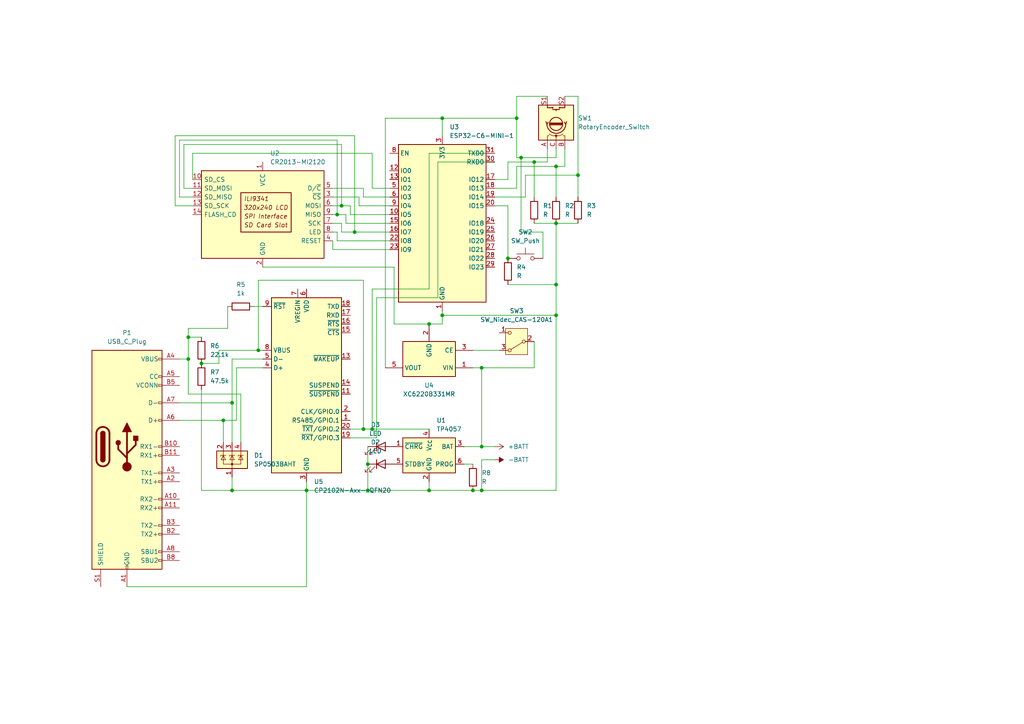
<source format=kicad_sch>
(kicad_sch (version 20250114) (generator "eeschema") (generator_version "9.0")
  (paper "A4")
  (lib_symbols
    (symbol "Battery_Management:TP4057"
      (property "Reference" "U" (at -6.35 6.604 0))
      (property "Value" "TP4057" (at 1.524 6.604 0))
      (symbol "TP4057_0_1"
        (rectangle (start -7.62 5.08) (end 7.62 -5.08) (stroke (width 0.254)) (fill (type background)))
      )
      (symbol "TP4057_1_1"
        (pin open_collector line (at -10.16 2.54 0) (length 2.54) (name "~{CHRG}") (number "1"))
        (pin open_collector line (at -10.16 -2.54 0) (length 2.54) (name "STDBY") (number "5"))
        (pin power_in line (at 0 7.62 270) (length 2.54) (name "V_{CC}") (number "4"))
        (pin power_in line (at 0 -7.62 90) (length 2.54) (name "GND") (number "2"))
        (pin power_out line (at 10.16 2.54 180) (length 2.54) (name "BAT") (number "3"))
        (pin passive line (at 10.16 -2.54 180) (length 2.54) (name "PROG") (number "6"))
      )
    )
    (symbol "Connector:USB_C_Plug" (pin_names (offset 1.016))
      (property "Reference" "P" (at -10.16 29.21 0))
      (property "Value" "USB_C_Plug" (at 10.16 29.21 0))
      (symbol "USB_C_Plug_0_0"
        (rectangle (start -0.254 -35.56) (end 0.254 -34.544))
        (rectangle (start 10.16 25.654) (end 9.144 25.146))
        (rectangle (start 10.16 20.574) (end 9.144 20.066))
        (rectangle (start 10.16 18.034) (end 9.144 17.526))
        (rectangle (start 10.16 12.954) (end 9.144 12.446))
        (rectangle (start 10.16 7.874) (end 9.144 7.366))
        (rectangle (start 10.16 0.254) (end 9.144 -0.254))
        (rectangle (start 10.16 -2.286) (end 9.144 -2.794))
        (rectangle (start 10.16 -7.366) (end 9.144 -7.874))
        (rectangle (start 10.16 -9.906) (end 9.144 -10.414))
        (rectangle (start 10.16 -14.986) (end 9.144 -15.494))
        (rectangle (start 10.16 -17.526) (end 9.144 -18.034))
        (rectangle (start 10.16 -22.606) (end 9.144 -23.114))
        (rectangle (start 10.16 -25.146) (end 9.144 -25.654))
        (rectangle (start 10.16 -30.226) (end 9.144 -30.734))
        (rectangle (start 10.16 -32.766) (end 9.144 -33.274))
      )
      (symbol "USB_C_Plug_0_1"
        (rectangle (start -10.16 27.94) (end 10.16 -35.56) (stroke (width 0.254)) (fill (type background)))
        (polyline (pts (xy -8.89 -3.81) (xy -8.89 3.81)) (stroke (width 0.508)))
        (rectangle (start -7.62 -3.81) (end -6.35 3.81) (stroke (width 0.254)) (fill (type outline)))
        (arc (start -7.62 3.81) (mid -6.985 4.4423) (end -6.35 3.81) (stroke (width 0.254)))
        (arc (start -7.62 3.81) (mid -6.985 4.4423) (end -6.35 3.81) (stroke (width 0.254)) (fill (type outline)))
        (arc (start -8.89 3.81) (mid -6.985 5.7067) (end -5.08 3.81) (stroke (width 0.508)))
        (arc (start -5.08 -3.81) (mid -6.985 -5.7067) (end -8.89 -3.81) (stroke (width 0.508)))
        (arc (start -6.35 -3.81) (mid -6.985 -4.4423) (end -7.62 -3.81) (stroke (width 0.254)))
        (arc (start -6.35 -3.81) (mid -6.985 -4.4423) (end -7.62 -3.81) (stroke (width 0.254)) (fill (type outline)))
        (polyline (pts (xy -5.08 3.81) (xy -5.08 -3.81)) (stroke (width 0.508)))
      )
      (symbol "USB_C_Plug_1_1"
        (circle (center -2.54 1.143) (radius 0.635) (stroke (width 0.254)) (fill (type outline)))
        (polyline (pts (xy -1.27 4.318) (xy 0 6.858) (xy 1.27 4.318) (xy -1.27 4.318)) (stroke (width 0.254)) (fill (type outline)))
        (polyline (pts (xy 0 -2.032) (xy 2.54 0.508) (xy 2.54 1.778)) (stroke (width 0.508)))
        (polyline (pts (xy 0 -3.302) (xy -2.54 -0.762) (xy -2.54 0.508)) (stroke (width 0.508)))
        (polyline (pts (xy 0 -5.842) (xy 0 4.318)) (stroke (width 0.508)))
        (circle (center 0 -5.842) (radius 1.27) (fill (type outline)))
        (rectangle (start 1.905 1.778) (end 3.175 3.048) (stroke (width 0.254)) (fill (type outline)))
        (pin passive line (at -7.62 -40.64 90) (length 5.08) (name "SHIELD") (number "S1"))
        (pin passive line (at 0 -40.64 90) (length 5.08) (name "GND") (number "A1"))
        (pin passive line (at 0 -40.64 90) (length 5.08) (hide yes) (name "GND") (number "A12"))
        (pin passive line (at 0 -40.64 90) (length 5.08) (hide yes) (name "GND") (number "B1"))
        (pin passive line (at 0 -40.64 90) (length 5.08) (hide yes) (name "GND") (number "B12"))
        (pin passive line (at 15.24 25.4 180) (length 5.08) (name "VBUS") (number "A4"))
        (pin passive line (at 15.24 25.4 180) (length 5.08) (hide yes) (name "VBUS") (number "A9"))
        (pin passive line (at 15.24 25.4 180) (length 5.08) (hide yes) (name "VBUS") (number "B4"))
        (pin passive line (at 15.24 25.4 180) (length 5.08) (hide yes) (name "VBUS") (number "B9"))
        (pin bidirectional line (at 15.24 20.32 180) (length 5.08) (name "CC") (number "A5"))
        (pin bidirectional line (at 15.24 17.78 180) (length 5.08) (name "VCONN") (number "B5"))
        (pin bidirectional line (at 15.24 12.7 180) (length 5.08) (name "D-") (number "A7"))
        (pin bidirectional line (at 15.24 7.62 180) (length 5.08) (name "D+") (number "A6"))
        (pin bidirectional line (at 15.24 0 180) (length 5.08) (name "RX1-") (number "B10"))
        (pin bidirectional line (at 15.24 -2.54 180) (length 5.08) (name "RX1+") (number "B11"))
        (pin bidirectional line (at 15.24 -7.62 180) (length 5.08) (name "TX1-") (number "A3"))
        (pin bidirectional line (at 15.24 -10.16 180) (length 5.08) (name "TX1+") (number "A2"))
        (pin bidirectional line (at 15.24 -15.24 180) (length 5.08) (name "RX2-") (number "A10"))
        (pin bidirectional line (at 15.24 -17.78 180) (length 5.08) (name "RX2+") (number "A11"))
        (pin bidirectional line (at 15.24 -22.86 180) (length 5.08) (name "TX2-") (number "B3"))
        (pin bidirectional line (at 15.24 -25.4 180) (length 5.08) (name "TX2+") (number "B2"))
        (pin bidirectional line (at 15.24 -30.48 180) (length 5.08) (name "SBU1") (number "A8"))
        (pin bidirectional line (at 15.24 -33.02 180) (length 5.08) (name "SBU2") (number "B8"))
      )
    )
    (symbol "Device:LED" (pin_numbers (hide yes)) (pin_names (offset 1.016) (hide yes))
      (property "Reference" "D" (at 0 2.54 0))
      (property "Value" "LED" (at 0 -2.54 0))
      (symbol "LED_0_1"
        (polyline (pts (xy -3.048 -0.762) (xy -4.572 -2.286) (xy -3.81 -2.286) (xy -4.572 -2.286) (xy -4.572 -1.524)))
        (polyline (pts (xy -1.778 -0.762) (xy -3.302 -2.286) (xy -2.54 -2.286) (xy -3.302 -2.286) (xy -3.302 -1.524)))
        (polyline (pts (xy -1.27 0) (xy 1.27 0)))
        (polyline (pts (xy -1.27 -1.27) (xy -1.27 1.27)) (stroke (width 0.254)))
        (polyline (pts (xy 1.27 -1.27) (xy 1.27 1.27) (xy -1.27 0) (xy 1.27 -1.27)) (stroke (width 0.254)))
      )
      (symbol "LED_1_1"
        (pin passive line (at -3.81 0 0) (length 2.54) (name "K") (number "1"))
        (pin passive line (at 3.81 0 180) (length 2.54) (name "A") (number "2"))
      )
    )
    (symbol "Device:R" (pin_numbers (hide yes)) (pin_names (offset 0))
      (property "Reference" "R" (at 2.032 0 90))
      (property "Value" "R" (at 0 0 90))
      (symbol "R_0_1"
        (rectangle (start -1.016 -2.54) (end 1.016 2.54) (stroke (width 0.254)))
      )
      (symbol "R_1_1"
        (pin passive line (at 0 3.81 270) (length 1.27) (name "~") (number "1"))
        (pin passive line (at 0 -3.81 90) (length 1.27) (name "~") (number "2"))
      )
    )
    (symbol "Device:RotaryEncoder_Switch" (pin_names (offset 0.254) (hide yes))
      (property "Reference" "SW" (at 0 6.604 0))
      (property "Value" "RotaryEncoder_Switch" (at 0 -6.604 0))
      (symbol "RotaryEncoder_Switch_0_1"
        (rectangle (start -5.08 5.08) (end 5.08 -5.08) (stroke (width 0.254)) (fill (type background)))
        (polyline (pts (xy -5.08 2.54) (xy -3.81 2.54) (xy -3.81 2.032)))
        (polyline (pts (xy -5.08 0) (xy -3.81 0) (xy -3.81 -1.016) (xy -3.302 -2.032)))
        (polyline (pts (xy -5.08 -2.54) (xy -3.81 -2.54) (xy -3.81 -2.032)))
        (polyline (pts (xy -4.318 0) (xy -3.81 0) (xy -3.81 1.016) (xy -3.302 2.032)))
        (circle (center -3.81 0) (radius 0.254) (fill (type outline)))
        (polyline (pts (xy -0.635 -1.778) (xy -0.635 1.778)) (stroke (width 0.254)))
        (circle (center -0.381 0) (radius 1.905) (stroke (width 0.254)))
        (polyline (pts (xy -0.381 -1.778) (xy -0.381 1.778)) (stroke (width 0.254)))
        (arc (start -0.381 -2.794) (mid -3.0988 -0.0635) (end -0.381 2.667) (stroke (width 0.254)))
        (polyline (pts (xy -0.127 1.778) (xy -0.127 -1.778)) (stroke (width 0.254)))
        (polyline (pts (xy 0.254 2.921) (xy -0.508 2.667) (xy 0.127 2.286)) (stroke (width 0.254)))
        (polyline (pts (xy 0.254 -3.048) (xy -0.508 -2.794) (xy 0.127 -2.413)) (stroke (width 0.254)))
        (polyline (pts (xy 3.81 1.016) (xy 3.81 -1.016)) (stroke (width 0.254)))
        (polyline (pts (xy 3.81 0) (xy 3.429 0)) (stroke (width 0.254)))
        (circle (center 4.318 1.016) (radius 0.127) (stroke (width 0.254)))
        (circle (center 4.318 -1.016) (radius 0.127) (stroke (width 0.254)))
        (polyline (pts (xy 5.08 2.54) (xy 4.318 2.54) (xy 4.318 1.016)) (stroke (width 0.254)))
        (polyline (pts (xy 5.08 -2.54) (xy 4.318 -2.54) (xy 4.318 -1.016)) (stroke (width 0.254)))
      )
      (symbol "RotaryEncoder_Switch_1_1"
        (pin passive line (at -7.62 2.54 0) (length 2.54) (name "A") (number "A"))
        (pin passive line (at -7.62 0 0) (length 2.54) (name "C") (number "C"))
        (pin passive line (at -7.62 -2.54 0) (length 2.54) (name "B") (number "B"))
        (pin passive line (at 7.62 2.54 180) (length 2.54) (name "S1") (number "S1"))
        (pin passive line (at 7.62 -2.54 180) (length 2.54) (name "S2") (number "S2"))
      )
    )
    (symbol "Driver_Display:CR2013-MI2120" (pin_names (offset 0.762))
      (property "Reference" "U" (at -17.526 13.97 0))
      (property "Value" "CR2013-MI2120" (at 1.905 13.97 0))
      (symbol "CR2013-MI2120_0_0"
        (text "ILI9341" (at -5.461 4.572 0) (effects (font (size 1.27 1.27) (italic yes)) (justify left)))
        (text "SPI Interface" (at -5.461 -0.508 0) (effects (font (size 1.27 1.27) (italic yes)) (justify left)))
        (text "SD Card Slot" (at -5.461 -3.048 0) (effects (font (size 1.27 1.27) (italic yes)) (justify left)))
        (text "320x240 LCD" (at 0.889 2.032 0) (effects (font (size 1.27 1.27) (italic yes))))
      )
      (symbol "CR2013-MI2120_0_1"
        (rectangle (start -17.78 12.7) (end 17.78 -12.7) (stroke (width 0.254)) (fill (type background)))
        (rectangle (start -6.35 6.35) (end 8.255 -5.08) (stroke (width 0.254)))
      )
      (symbol "CR2013-MI2120_1_1"
        (pin input line (at -20.32 10.16 0) (length 2.54) (name "SD_CS") (number "10"))
        (pin input line (at -20.32 7.62 0) (length 2.54) (name "SD_MOSI") (number "11"))
        (pin output line (at -20.32 5.08 0) (length 2.54) (name "SD_MISO") (number "12"))
        (pin input line (at -20.32 2.54 0) (length 2.54) (name "SD_SCK") (number "13"))
        (pin input line (at -20.32 0 0) (length 2.54) (name "FLASH_CD") (number "14"))
        (pin power_in line (at 0 15.24 270) (length 2.54) (name "VCC") (number "1"))
        (pin power_in line (at 0 -15.24 90) (length 2.54) (name "GND") (number "2"))
        (pin input line (at 20.32 7.62 180) (length 2.54) (name "D/~{C}") (number "5"))
        (pin input line (at 20.32 5.08 180) (length 2.54) (name "~{CS}") (number "3"))
        (pin input line (at 20.32 2.54 180) (length 2.54) (name "MOSI") (number "6"))
        (pin output line (at 20.32 0 180) (length 2.54) (name "MISO") (number "9"))
        (pin input line (at 20.32 -2.54 180) (length 2.54) (name "SCK") (number "7"))
        (pin input line (at 20.32 -5.08 180) (length 2.54) (name "LED") (number "8"))
        (pin input line (at 20.32 -7.62 180) (length 2.54) (name "RESET") (number "4"))
      )
    )
    (symbol "Interface_USB:CP2102N-Axx-xQFN20"
      (property "Reference" "U" (at -8.89 26.67 0))
      (property "Value" "CP2102N-Axx-xQFN20" (at 12.7 26.67 0))
      (symbol "CP2102N-Axx-xQFN20_0_1"
        (rectangle (start -10.16 25.4) (end 10.16 -25.4) (stroke (width 0.254)) (fill (type background)))
      )
      (symbol "CP2102N-Axx-xQFN20_1_1"
        (pin input line (at -12.7 22.86 0) (length 2.54) (name "~{RST}") (number "9"))
        (pin input line (at -12.7 10.16 0) (length 2.54) (name "VBUS") (number "8"))
        (pin bidirectional line (at -12.7 7.62 0) (length 2.54) (name "D-") (number "5"))
        (pin bidirectional line (at -12.7 5.08 0) (length 2.54) (name "D+") (number "4"))
        (pin no_connect line (at -10.16 -22.86 0) (length 2.54) (hide yes) (name "NC") (number "10"))
        (pin power_in line (at -2.54 27.94 270) (length 2.54) (name "VREGIN") (number "7"))
        (pin power_in line (at 0 27.94 270) (length 2.54) (name "VDD") (number "6"))
        (pin passive line (at 0 -27.94 90) (length 2.54) (hide yes) (name "GND") (number "12"))
        (pin passive line (at 0 -27.94 90) (length 2.54) (hide yes) (name "GND") (number "21"))
        (pin power_in line (at 0 -27.94 90) (length 2.54) (name "GND") (number "3"))
        (pin output line (at 12.7 22.86 180) (length 2.54) (name "TXD") (number "18"))
        (pin input line (at 12.7 20.32 180) (length 2.54) (name "RXD") (number "17"))
        (pin output line (at 12.7 17.78 180) (length 2.54) (name "~{RTS}") (number "16"))
        (pin input line (at 12.7 15.24 180) (length 2.54) (name "~{CTS}") (number "15"))
        (pin input line (at 12.7 7.62 180) (length 2.54) (name "~{WAKEUP}") (number "13"))
        (pin output line (at 12.7 0 180) (length 2.54) (name "SUSPEND") (number "14"))
        (pin output line (at 12.7 -2.54 180) (length 2.54) (name "~{SUSPEND}") (number "11"))
        (pin bidirectional line (at 12.7 -7.62 180) (length 2.54) (name "CLK/GPIO.0") (number "2"))
        (pin bidirectional line (at 12.7 -10.16 180) (length 2.54) (name "RS485/GPIO.1") (number "1"))
        (pin bidirectional line (at 12.7 -12.7 180) (length 2.54) (name "~{TXT}/GPIO.2") (number "20"))
        (pin bidirectional line (at 12.7 -15.24 180) (length 2.54) (name "~{RXT}/GPIO.3") (number "19"))
      )
    )
    (symbol "Power_Protection:SP0503BAHT" (pin_names (hide yes))
      (property "Reference" "D" (at 5.715 2.54 0))
      (property "Value" "SP0503BAHT" (at 5.715 0.635 0))
      (symbol "SP0503BAHT_0_0"
        (pin passive line (at 0 -5.08 90) (length 2.54) (name "A") (number "1"))
      )
      (symbol "SP0503BAHT_0_1"
        (rectangle (start -4.445 2.54) (end 4.445 -2.54) (stroke (width 0.254)) (fill (type background)))
        (polyline (pts (xy -3.302 1.016) (xy -3.302 1.27) (xy -1.905 1.27) (xy -1.778 1.27)))
        (polyline (pts (xy -2.54 2.54) (xy -2.54 1.27)))
        (polyline (pts (xy -2.54 1.27) (xy -2.54 -1.27) (xy 2.54 -1.27) (xy 2.54 1.27)))
        (polyline (pts (xy -2.54 1.27) (xy -1.905 0) (xy -3.175 0) (xy -2.54 1.27)))
        (polyline (pts (xy 0 2.54) (xy 0 1.27)))
        (polyline (pts (xy 0 -1.27) (xy 0 1.27)))
        (polyline (pts (xy 0 -1.27) (xy 0 -2.54)))
        (circle (center 0 -1.27) (radius 0.254) (fill (type outline)))
        (polyline (pts (xy 0.635 1.27) (xy 0.762 1.27)))
        (polyline (pts (xy 0.635 1.27) (xy -0.762 1.27) (xy -0.762 1.016)))
        (polyline (pts (xy 0.635 0) (xy -0.635 0) (xy 0 1.27) (xy 0.635 0)))
        (polyline (pts (xy 1.778 1.016) (xy 1.778 1.27) (xy 3.175 1.27) (xy 3.302 1.27)))
        (polyline (pts (xy 2.54 2.54) (xy 2.54 1.27)))
        (polyline (pts (xy 2.54 1.27) (xy 1.905 0) (xy 3.175 0) (xy 2.54 1.27)))
      )
      (symbol "SP0503BAHT_1_1"
        (pin passive line (at -2.54 5.08 270) (length 2.54) (name "K") (number "2"))
        (pin passive line (at 0 5.08 270) (length 2.54) (name "K") (number "3"))
        (pin passive line (at 2.54 5.08 270) (length 2.54) (name "K") (number "4"))
      )
    )
    (symbol "RF_Module:ESP32-C6-MINI-1"
      (property "Reference" "U" (at -11.43 24.13 0))
      (property "Value" "ESP32-C6-MINI-1" (at 12.7 24.13 0))
      (symbol "ESP32-C6-MINI-1_0_1"
        (rectangle (start -12.7 22.86) (end 12.7 -22.86) (stroke (width 0.254)) (fill (type background)))
      )
      (symbol "ESP32-C6-MINI-1_1_1"
        (pin input line (at -15.24 20.32 0) (length 2.54) (name "EN") (number "8"))
        (pin bidirectional line (at -15.24 15.24 0) (length 2.54) (name "IO0") (number "12"))
        (pin bidirectional line (at -15.24 12.7 0) (length 2.54) (name "IO1") (number "13"))
        (pin bidirectional line (at -15.24 10.16 0) (length 2.54) (name "IO2") (number "5"))
        (pin bidirectional line (at -15.24 7.62 0) (length 2.54) (name "IO3") (number "6"))
        (pin bidirectional line (at -15.24 5.08 0) (length 2.54) (name "IO4") (number "9"))
        (pin bidirectional line (at -15.24 2.54 0) (length 2.54) (name "IO5") (number "10"))
        (pin bidirectional line (at -15.24 0 0) (length 2.54) (name "IO6") (number "15"))
        (pin bidirectional line (at -15.24 -2.54 0) (length 2.54) (name "IO7") (number "16"))
        (pin bidirectional line (at -15.24 -5.08 0) (length 2.54) (name "IO8") (number "22"))
        (pin bidirectional line (at -15.24 -7.62 0) (length 2.54) (name "IO9") (number "23"))
        (pin no_connect line (at -12.7 -12.7 0) (length 2.54) (hide yes) (name "NC") (number "32"))
        (pin no_connect line (at -12.7 -15.24 0) (length 2.54) (hide yes) (name "NC") (number "33"))
        (pin no_connect line (at -12.7 -17.78 0) (length 2.54) (hide yes) (name "NC") (number "34"))
        (pin no_connect line (at -12.7 -20.32 0) (length 2.54) (hide yes) (name "NC") (number "35"))
        (pin power_in line (at 0 25.4 270) (length 2.54) (name "3V3") (number "3"))
        (pin power_in line (at 0 -25.4 90) (length 2.54) (name "GND") (number "1"))
        (pin passive line (at 0 -25.4 90) (length 2.54) (hide yes) (name "GND") (number "11"))
        (pin passive line (at 0 -25.4 90) (length 2.54) (hide yes) (name "GND") (number "14"))
        (pin passive line (at 0 -25.4 90) (length 2.54) (hide yes) (name "GND") (number "2"))
        (pin passive line (at 0 -25.4 90) (length 2.54) (hide yes) (name "GND") (number "36"))
        (pin passive line (at 0 -25.4 90) (length 2.54) (hide yes) (name "GND") (number "37"))
        (pin passive line (at 0 -25.4 90) (length 2.54) (hide yes) (name "GND") (number "38"))
        (pin passive line (at 0 -25.4 90) (length 2.54) (hide yes) (name "GND") (number "39"))
        (pin passive line (at 0 -25.4 90) (length 2.54) (hide yes) (name "GND") (number "40"))
        (pin passive line (at 0 -25.4 90) (length 2.54) (hide yes) (name "GND") (number "41"))
        (pin passive line (at 0 -25.4 90) (length 2.54) (hide yes) (name "GND") (number "42"))
        (pin passive line (at 0 -25.4 90) (length 2.54) (hide yes) (name "GND") (number "43"))
        (pin passive line (at 0 -25.4 90) (length 2.54) (hide yes) (name "GND") (number "44"))
        (pin passive line (at 0 -25.4 90) (length 2.54) (hide yes) (name "GND") (number "45"))
        (pin passive line (at 0 -25.4 90) (length 2.54) (hide yes) (name "GND") (number "46"))
        (pin passive line (at 0 -25.4 90) (length 2.54) (hide yes) (name "GND") (number "47"))
        (pin passive line (at 0 -25.4 90) (length 2.54) (hide yes) (name "GND") (number "48"))
        (pin passive line (at 0 -25.4 90) (length 2.54) (hide yes) (name "GND") (number "49"))
        (pin passive line (at 0 -25.4 90) (length 2.54) (hide yes) (name "GND") (number "50"))
        (pin passive line (at 0 -25.4 90) (length 2.54) (hide yes) (name "GND") (number "51"))
        (pin passive line (at 0 -25.4 90) (length 2.54) (hide yes) (name "GND") (number "52"))
        (pin passive line (at 0 -25.4 90) (length 2.54) (hide yes) (name "GND") (number "53"))
        (pin no_connect line (at 12.7 -15.24 180) (length 2.54) (hide yes) (name "NC") (number "4"))
        (pin no_connect line (at 12.7 -17.78 180) (length 2.54) (hide yes) (name "NC") (number "7"))
        (pin no_connect line (at 12.7 -20.32 180) (length 2.54) (hide yes) (name "NC") (number "21"))
        (pin bidirectional line (at 15.24 20.32 180) (length 2.54) (name "TXD0") (number "31"))
        (pin bidirectional line (at 15.24 17.78 180) (length 2.54) (name "RXD0") (number "30"))
        (pin bidirectional line (at 15.24 12.7 180) (length 2.54) (name "IO12") (number "17"))
        (pin bidirectional line (at 15.24 10.16 180) (length 2.54) (name "IO13") (number "18"))
        (pin bidirectional line (at 15.24 7.62 180) (length 2.54) (name "IO14") (number "19"))
        (pin bidirectional line (at 15.24 5.08 180) (length 2.54) (name "IO15") (number "20"))
        (pin bidirectional line (at 15.24 0 180) (length 2.54) (name "IO18") (number "24"))
        (pin bidirectional line (at 15.24 -2.54 180) (length 2.54) (name "IO19") (number "25"))
        (pin bidirectional line (at 15.24 -5.08 180) (length 2.54) (name "IO20") (number "26"))
        (pin bidirectional line (at 15.24 -7.62 180) (length 2.54) (name "IO21") (number "27"))
        (pin bidirectional line (at 15.24 -10.16 180) (length 2.54) (name "IO22") (number "28"))
        (pin bidirectional line (at 15.24 -12.7 180) (length 2.54) (name "IO23") (number "29"))
      )
    )
    (symbol "Regulator_Linear:XC6220B331MR"
      (property "Reference" "U" (at 0 8.89 0))
      (property "Value" "XC6220B331MR" (at 0 6.35 0))
      (symbol "XC6220B331MR_0_1"
        (rectangle (start -7.62 5.08) (end 7.62 -5.08) (stroke (width 0.254)) (fill (type background)))
      )
      (symbol "XC6220B331MR_1_1"
        (pin power_in line (at -12.7 2.54 0) (length 5.08) (name "VIN") (number "1"))
        (pin input line (at -12.7 -2.54 0) (length 5.08) (name "CE") (number "3"))
        (pin power_in line (at 0 -10.16 90) (length 5.08) (name "GND") (number "2"))
        (pin no_connect line (at 7.62 -2.54 180) (length 5.08) (hide yes) (name "NC") (number "4"))
        (pin power_out line (at 12.7 2.54 180) (length 5.08) (name "VOUT") (number "5"))
      )
    )
    (symbol "Switch:SW_Nidec_CAS-120A1" (pin_names (offset 1) (hide yes))
      (property "Reference" "SW" (at 0 4.318 0))
      (property "Value" "SW_Nidec_CAS-120A1" (at 0 -5.08 0))
      (symbol "SW_Nidec_CAS-120A1_0_1"
        (circle (center -2.032 0) (radius 0.4572))
        (polyline (pts (xy -1.651 0.254) (xy 1.651 2.286)))
        (circle (center 2.032 2.54) (radius 0.4572))
        (circle (center 2.032 -2.54) (radius 0.4572))
      )
      (symbol "SW_Nidec_CAS-120A1_1_1"
        (rectangle (start -3.175 3.81) (end 3.175 -3.81) (fill (type background)))
        (pin passive line (at -5.08 0 0) (length 2.54) (name "B") (number "2"))
        (pin passive line (at 5.08 2.54 180) (length 2.54) (name "A") (number "3"))
        (pin passive line (at 5.08 -2.54 180) (length 2.54) (name "C") (number "1"))
      )
    )
    (symbol "Switch:SW_Push" (pin_numbers (hide yes)) (pin_names (offset 1.016) (hide yes))
      (property "Reference" "SW" (at 1.27 2.54 0))
      (property "Value" "SW_Push" (at 0 -1.524 0))
      (symbol "SW_Push_0_1"
        (circle (center -2.032 0) (radius 0.508))
        (polyline (pts (xy 0 1.27) (xy 0 3.048)))
        (circle (center 2.032 0) (radius 0.508))
        (polyline (pts (xy 2.54 1.27) (xy -2.54 1.27)))
        (pin passive line (at -5.08 0 0) (length 2.54) (name "1") (number "1"))
        (pin passive line (at 5.08 0 180) (length 2.54) (name "2") (number "2"))
      )
    )
    (symbol "power:+BATT" (power) (pin_numbers (hide yes)) (pin_names (offset 0) (hide yes))
      (property "Value" "+BATT" (at 0 3.556 0))
      (symbol "+BATT_0_1"
        (polyline (pts (xy -0.762 1.27) (xy 0 2.54)))
        (polyline (pts (xy 0 2.54) (xy 0.762 1.27)))
        (polyline (pts (xy 0 0) (xy 0 2.54)))
      )
      (symbol "+BATT_1_1"
        (pin power_in line (at 0 0 90) (length 0) (name "~") (number "1"))
      )
    )
    (symbol "power:-BATT" (power) (pin_numbers (hide yes)) (pin_names (offset 0) (hide yes))
      (property "Value" "-BATT" (at 0 3.556 0))
      (symbol "-BATT_0_1"
        (polyline (pts (xy 0 0) (xy 0 2.54)))
        (polyline (pts (xy 0.762 1.27) (xy -0.762 1.27) (xy 0 2.54) (xy 0.762 1.27)) (fill (type outline)))
      )
      (symbol "-BATT_1_1"
        (pin power_in line (at 0 0 90) (length 0) (name "~") (number "1"))
      )
    )
  )
  (junction (at 64.77 121.92))
  (junction (at 161.29 82.55))
  (junction (at 139.7 142.24))
  (junction (at 105.41 124.46))
  (junction (at 102.87 67.31))
  (junction (at 54.61 104.14))
  (junction (at 147.32 74.93))
  (junction (at 106.68 134.62))
  (junction (at 67.31 116.84))
  (junction (at 139.7 106.68))
  (junction (at 161.29 48.26))
  (junction (at 54.61 97.79))
  (junction (at 124.46 93.98))
  (junction (at 128.27 91.44))
  (junction (at 154.94 46.99))
  (junction (at 107.95 124.46))
  (junction (at 124.46 142.24))
  (junction (at 97.79 62.23))
  (junction (at 137.16 142.24))
  (junction (at 58.42 105.41))
  (junction (at 151.13 45.72))
  (junction (at 74.93 101.6))
  (junction (at 88.9 142.24))
  (junction (at 139.7 129.54))
  (junction (at 106.68 142.24))
  (junction (at 161.29 91.44))
  (junction (at 99.06 59.69))
  (junction (at 167.64 50.8))
  (junction (at 161.29 64.77))
  (junction (at 67.31 142.24))
  (junction (at 149.86 34.29))
  (junction (at 128.27 34.29))
  (wire (pts (xy 54.61 97.79) (xy 58.42 97.79)))
  (wire (pts (xy 151.13 67.31) (xy 151.13 45.72)))
  (wire (pts (xy 149.86 34.29) (xy 128.27 34.29)))
  (wire (pts (xy 73.66 88.9) (xy 76.2 88.9)))
  (wire (pts (xy 68.58 121.92) (xy 68.58 106.68)))
  (wire (pts (xy 88.9 139.7) (xy 88.9 142.24)))
  (wire (pts (xy 149.86 27.94) (xy 149.86 34.29)))
  (wire (pts (xy 137.16 106.68) (xy 139.7 106.68)))
  (wire (pts (xy 58.42 142.24) (xy 67.31 142.24)))
  (wire (pts (xy 96.52 64.77) (xy 99.06 64.77)))
  (wire (pts (xy 105.41 81.28) (xy 74.93 81.28)))
  (wire (pts (xy 99.06 59.69) (xy 101.6 59.69)))
  (wire (pts (xy 97.79 62.23) (xy 100.33 62.23)))
  (wire (pts (xy 63.5 105.41) (xy 58.42 105.41)))
  (wire (pts (xy 161.29 91.44) (xy 128.27 91.44)))
  (wire (pts (xy 107.95 124.46) (xy 124.46 124.46)))
  (wire (pts (xy 50.8 39.37) (xy 102.87 39.37)))
  (wire (pts (xy 101.6 59.69) (xy 101.6 62.23)))
  (wire (pts (xy 134.62 129.54) (xy 139.7 129.54)))
  (wire (pts (xy 137.16 142.24) (xy 139.7 142.24)))
  (wire (pts (xy 88.9 142.24) (xy 106.68 142.24)))
  (wire (pts (xy 149.86 48.26) (xy 149.86 54.61)))
  (wire (pts (xy 67.31 104.14) (xy 67.31 116.84)))
  (wire (pts (xy 161.29 48.26) (xy 161.29 57.15)))
  (wire (pts (xy 69.85 128.27) (xy 69.85 114.3)))
  (wire (pts (xy 124.46 139.7) (xy 124.46 142.24)))
  (wire (pts (xy 105.41 57.15) (xy 113.03 57.15)))
  (wire (pts (xy 54.61 95.25) (xy 54.61 97.79)))
  (wire (pts (xy 147.32 46.99) (xy 147.32 52.07)))
  (wire (pts (xy 74.93 101.6) (xy 63.5 101.6)))
  (wire (pts (xy 96.52 54.61) (xy 105.41 54.61)))
  (wire (pts (xy 106.68 129.54) (xy 106.68 134.62)))
  (wire (pts (xy 99.06 67.31) (xy 102.87 67.31)))
  (wire (pts (xy 143.51 57.15) (xy 152.4 57.15)))
  (wire (pts (xy 97.79 69.85) (xy 113.03 69.85)))
  (wire (pts (xy 124.46 142.24) (xy 137.16 142.24)))
  (wire (pts (xy 111.76 106.68) (xy 111.76 34.29)))
  (wire (pts (xy 58.42 113.03) (xy 58.42 142.24)))
  (wire (pts (xy 127 86.36) (xy 109.22 86.36)))
  (wire (pts (xy 111.76 34.29) (xy 128.27 34.29)))
  (wire (pts (xy 137.16 101.6) (xy 144.78 101.6)))
  (wire (pts (xy 55.88 52.07) (xy 55.88 44.45)))
  (wire (pts (xy 124.46 93.98) (xy 128.27 93.98)))
  (wire (pts (xy 107.95 44.45) (xy 107.95 54.61)))
  (wire (pts (xy 101.6 62.23) (xy 113.03 62.23)))
  (wire (pts (xy 67.31 138.43) (xy 67.31 142.24)))
  (wire (pts (xy 163.83 43.18) (xy 163.83 48.26)))
  (wire (pts (xy 139.7 129.54) (xy 143.51 129.54)))
  (wire (pts (xy 139.7 106.68) (xy 154.94 106.68)))
  (wire (pts (xy 96.52 57.15) (xy 104.14 57.15)))
  (wire (pts (xy 139.7 142.24) (xy 161.29 142.24)))
  (wire (pts (xy 101.6 124.46) (xy 105.41 124.46)))
  (wire (pts (xy 161.29 64.77) (xy 167.64 64.77)))
  (wire (pts (xy 167.64 27.94) (xy 167.64 50.8)))
  (wire (pts (xy 157.48 67.31) (xy 151.13 67.31)))
  (wire (pts (xy 143.51 133.35) (xy 139.7 133.35)))
  (wire (pts (xy 107.95 83.82) (xy 107.95 124.46)))
  (wire (pts (xy 66.04 88.9) (xy 66.04 95.25)))
  (wire (pts (xy 97.79 67.31) (xy 97.79 69.85)))
  (wire (pts (xy 139.7 106.68) (xy 139.7 129.54)))
  (wire (pts (xy 96.52 62.23) (xy 97.79 62.23)))
  (wire (pts (xy 167.64 50.8) (xy 167.64 57.15)))
  (wire (pts (xy 52.07 121.92) (xy 64.77 121.92)))
  (wire (pts (xy 161.29 64.77) (xy 161.29 82.55)))
  (wire (pts (xy 161.29 43.18) (xy 161.29 45.72)))
  (wire (pts (xy 134.62 134.62) (xy 137.16 134.62)))
  (wire (pts (xy 106.68 142.24) (xy 124.46 142.24)))
  (wire (pts (xy 67.31 116.84) (xy 67.31 128.27)))
  (wire (pts (xy 149.86 45.72) (xy 149.86 34.29)))
  (wire (pts (xy 154.94 64.77) (xy 161.29 64.77)))
  (wire (pts (xy 55.88 59.69) (xy 50.8 59.69)))
  (wire (pts (xy 128.27 34.29) (xy 128.27 39.37)))
  (wire (pts (xy 54.61 104.14) (xy 54.61 97.79)))
  (wire (pts (xy 52.07 104.14) (xy 54.61 104.14)))
  (wire (pts (xy 127 46.99) (xy 127 86.36)))
  (wire (pts (xy 100.33 64.77) (xy 113.03 64.77)))
  (wire (pts (xy 143.51 46.99) (xy 127 46.99)))
  (wire (pts (xy 50.8 59.69) (xy 50.8 39.37)))
  (wire (pts (xy 147.32 74.93) (xy 147.32 59.69)))
  (wire (pts (xy 161.29 82.55) (xy 161.29 91.44)))
  (wire (pts (xy 67.31 142.24) (xy 88.9 142.24)))
  (wire (pts (xy 105.41 54.61) (xy 105.41 57.15)))
  (wire (pts (xy 147.32 59.69) (xy 143.51 59.69)))
  (wire (pts (xy 151.13 45.72) (xy 149.86 45.72)))
  (wire (pts (xy 67.31 116.84) (xy 52.07 116.84)))
  (wire (pts (xy 64.77 121.92) (xy 64.77 128.27)))
  (wire (pts (xy 154.94 99.06) (xy 154.94 106.68)))
  (wire (pts (xy 163.83 48.26) (xy 161.29 48.26)))
  (wire (pts (xy 52.07 57.15) (xy 52.07 40.64)))
  (wire (pts (xy 97.79 40.64) (xy 97.79 62.23)))
  (wire (pts (xy 158.75 46.99) (xy 154.94 46.99)))
  (wire (pts (xy 66.04 95.25) (xy 54.61 95.25)))
  (wire (pts (xy 96.52 59.69) (xy 99.06 59.69)))
  (wire (pts (xy 154.94 46.99) (xy 147.32 46.99)))
  (wire (pts (xy 88.9 170.18) (xy 88.9 142.24)))
  (wire (pts (xy 147.32 82.55) (xy 161.29 82.55)))
  (wire (pts (xy 63.5 105.41) (xy 63.5 101.6)))
  (wire (pts (xy 102.87 39.37) (xy 102.87 67.31)))
  (wire (pts (xy 163.83 27.94) (xy 167.64 27.94)))
  (wire (pts (xy 105.41 124.46) (xy 107.95 124.46)))
  (wire (pts (xy 102.87 67.31) (xy 113.03 67.31)))
  (wire (pts (xy 104.14 59.69) (xy 113.03 59.69)))
  (wire (pts (xy 52.07 40.64) (xy 97.79 40.64)))
  (wire (pts (xy 152.4 50.8) (xy 167.64 50.8)))
  (wire (pts (xy 76.2 77.47) (xy 114.3 77.47)))
  (wire (pts (xy 106.68 134.62) (xy 106.68 142.24)))
  (wire (pts (xy 76.2 101.6) (xy 74.93 101.6)))
  (wire (pts (xy 55.88 57.15) (xy 52.07 57.15)))
  (wire (pts (xy 158.75 27.94) (xy 149.86 27.94)))
  (wire (pts (xy 149.86 54.61) (xy 143.51 54.61)))
  (wire (pts (xy 128.27 91.44) (xy 128.27 90.17)))
  (wire (pts (xy 53.34 41.91) (xy 99.06 41.91)))
  (wire (pts (xy 158.75 46.99) (xy 158.75 43.18)))
  (wire (pts (xy 114.3 77.47) (xy 114.3 93.98)))
  (wire (pts (xy 54.61 114.3) (xy 54.61 104.14)))
  (wire (pts (xy 100.33 62.23) (xy 100.33 64.77)))
  (wire (pts (xy 107.95 54.61) (xy 113.03 54.61)))
  (wire (pts (xy 104.14 57.15) (xy 104.14 59.69)))
  (wire (pts (xy 99.06 64.77) (xy 99.06 67.31)))
  (wire (pts (xy 55.88 54.61) (xy 53.34 54.61)))
  (wire (pts (xy 161.29 91.44) (xy 161.29 142.24)))
  (wire (pts (xy 124.46 83.82) (xy 107.95 83.82)))
  (wire (pts (xy 143.51 44.45) (xy 124.46 44.45)))
  (wire (pts (xy 161.29 48.26) (xy 149.86 48.26)))
  (wire (pts (xy 99.06 41.91) (xy 99.06 59.69)))
  (wire (pts (xy 114.3 93.98) (xy 124.46 93.98)))
  (wire (pts (xy 69.85 114.3) (xy 54.61 114.3)))
  (wire (pts (xy 74.93 81.28) (xy 74.93 101.6)))
  (wire (pts (xy 36.83 170.18) (xy 88.9 170.18)))
  (wire (pts (xy 154.94 46.99) (xy 154.94 57.15)))
  (wire (pts (xy 96.52 72.39) (xy 113.03 72.39)))
  (wire (pts (xy 152.4 57.15) (xy 152.4 50.8)))
  (wire (pts (xy 96.52 67.31) (xy 97.79 67.31)))
  (wire (pts (xy 55.88 44.45) (xy 107.95 44.45)))
  (wire (pts (xy 124.46 44.45) (xy 124.46 83.82)))
  (wire (pts (xy 139.7 133.35) (xy 139.7 142.24)))
  (wire (pts (xy 161.29 45.72) (xy 151.13 45.72)))
  (wire (pts (xy 53.34 54.61) (xy 53.34 41.91)))
  (wire (pts (xy 68.58 106.68) (xy 76.2 106.68)))
  (wire (pts (xy 76.2 104.14) (xy 67.31 104.14)))
  (wire (pts (xy 105.41 124.46) (xy 105.41 81.28)))
  (wire (pts (xy 128.27 93.98) (xy 128.27 91.44)))
  (wire (pts (xy 96.52 69.85) (xy 96.52 72.39)))
  (wire (pts (xy 147.32 52.07) (xy 143.51 52.07)))
  (wire (pts (xy 157.48 74.93) (xy 157.48 67.31)))
  (wire (pts (xy 109.22 86.36) (xy 109.22 127)))
  (wire (pts (xy 109.22 127) (xy 101.6 127)))
  (wire (pts (xy 64.77 121.92) (xy 68.58 121.92)))
  (symbol (lib_id "Battery_Management:TP4057") (at 124.46 132.08 0) (unit 1)
    (property "Reference" "U1" (at 126.6033 121.92 0) (effects (justify left)))
    (property "Value" "TP4057" (at 126.6033 124.46 0) (effects (justify left)))
    (property "Footprint" "Package_TO_SOT_SMD:TSOT-23-6" (effects (hide yes)))
    (property "Datasheet" "http://toppwr.com/uploadfile/file/20230304/640302a47b738.pdf" (effects (hide yes)))
    (property "Description" "Constant-current/constant-voltage linear charger for single cell lithium-ion batteries with 2.9V Trickle Charge, 4.5V to 6.5V VDD, -40 to +85 degree Celsius, TSOT-23-6" (effects (hide yes)))
  )
  (symbol (lib_id "power:-BATT") (at 143.51 133.35 270) (unit 1)
    (property "Reference" "#PWR02" (effects (hide yes)))
    (property "Value" "-BATT" (at 147.32 133.3499 90) (effects (justify left)))
    (property "Description" "Power symbol creates a global label with name \"-BATT\"" (effects (hide yes)))
  )
  (symbol (lib_id "Device:R") (at 58.42 109.22 0) (unit 1)
    (property "Reference" "R7" (at 60.96 107.9499 0) (effects (justify left)))
    (property "Value" "47.5k" (at 60.96 110.4899 0) (effects (justify left)))
    (property "Description" "Resistor" (effects (hide yes)))
  )
  (symbol (lib_id "Device:R") (at 58.42 101.6 0) (unit 1)
    (property "Reference" "R6" (at 60.96 100.3299 0) (effects (justify left)))
    (property "Value" "22.1k" (at 60.96 102.8699 0) (effects (justify left)))
    (property "Description" "Resistor" (effects (hide yes)))
  )
  (symbol (lib_id "Device:R") (at 167.64 60.96 0) (unit 1)
    (property "Reference" "R3" (at 170.18 59.6899 0) (effects (justify left)))
    (property "Value" "R" (at 170.18 62.2299 0) (effects (justify left)))
    (property "Description" "Resistor" (effects (hide yes)))
  )
  (symbol (lib_id "Driver_Display:CR2013-MI2120") (at 76.2 62.23 0) (unit 1)
    (property "Reference" "U2" (at 78.3433 44.45 0) (effects (justify left)))
    (property "Value" "CR2013-MI2120" (at 78.3433 46.99 0) (effects (justify left)))
    (property "Footprint" "Display:CR2013-MI2120" (effects (hide yes)))
    (property "Datasheet" "http://pan.baidu.com/s/11Y990" (effects (hide yes)))
    (property "Description" "ILI9341 controller, SPI TFT LCD Display, 9-pin breakout PCB, 4-pin SD card interface, 5V/3.3V" (effects (hide yes)))
  )
  (symbol (lib_id "Switch:SW_Push") (at 152.4 74.93 0) (unit 1)
    (property "Reference" "SW2" (at 152.4 67.31 0))
    (property "Value" "SW_Push" (at 152.4 69.85 0))
    (property "Description" "Push button switch, generic, two pins" (effects (hide yes)))
  )
  (symbol (lib_id "Device:LED") (at 110.49 129.54 0) (unit 1)
    (property "Reference" "D3" (at 108.9025 123.19 0))
    (property "Value" "LED" (at 108.9025 125.73 0))
    (property "Description" "Light emitting diode" (effects (hide yes)))
    (property "Sim.Pins" "1=K 2=A" (effects (hide yes)))
  )
  (symbol (lib_id "Device:R") (at 161.29 60.96 0) (unit 1)
    (property "Reference" "R2" (at 163.83 59.6899 0) (effects (justify left)))
    (property "Value" "R" (at 163.83 62.2299 0) (effects (justify left)))
    (property "Description" "Resistor" (effects (hide yes)))
  )
  (symbol (lib_id "Device:R") (at 154.94 60.96 0) (unit 1)
    (property "Reference" "R1" (at 157.48 59.6899 0) (effects (justify left)))
    (property "Value" "R" (at 157.48 62.2299 0) (effects (justify left)))
    (property "Description" "Resistor" (effects (hide yes)))
  )
  (symbol (lib_id "Device:R") (at 137.16 138.43 0) (unit 1)
    (property "Reference" "R8" (at 139.7 137.1599 0) (effects (justify left)))
    (property "Value" "R" (at 139.7 139.6999 0) (effects (justify left)))
    (property "Description" "Resistor" (effects (hide yes)))
  )
  (symbol (lib_id "power:+BATT") (at 143.51 129.54 270) (unit 1)
    (property "Reference" "#PWR01" (effects (hide yes)))
    (property "Value" "+BATT" (at 147.32 129.5399 90) (effects (justify left)))
    (property "Description" "Power symbol creates a global label with name \"+BATT\"" (effects (hide yes)))
  )
  (symbol (lib_id "Interface_USB:CP2102N-Axx-xQFN20") (at 88.9 111.76 0) (unit 1)
    (property "Reference" "U5" (at 91.0433 139.7 0) (effects (justify left)))
    (property "Value" "CP2102N-Axx-xQFN20" (at 91.0433 142.24 0) (effects (justify left)))
    (property "Footprint" "Package_DFN_QFN:SiliconLabs_QFN-20-1EP_3x3mm_P0.5mm" (effects (hide yes)))
    (property "Datasheet" "https://www.silabs.com/documents/public/data-sheets/cp2102n-datasheet.pdf" (effects (hide yes)))
    (property "Description" "USB to UART master bridge, QFN-20" (effects (hide yes)))
  )
  (symbol (lib_id "Device:R") (at 69.85 88.9 90) (unit 1)
    (property "Reference" "R5" (at 69.85 82.55 90))
    (property "Value" "1k" (at 69.85 85.09 90))
    (property "Description" "Resistor" (effects (hide yes)))
  )
  (symbol (lib_id "Device:RotaryEncoder_Switch") (at 161.29 35.56 90) (unit 1)
    (property "Reference" "SW1" (at 167.64 34.2899 90) (effects (justify right)))
    (property "Value" "RotaryEncoder_Switch" (at 167.64 36.8299 90) (effects (justify right)))
    (property "Description" "Rotary encoder, dual channel, incremental quadrate outputs, with switch" (effects (hide yes)))
  )
  (symbol (lib_id "Switch:SW_Nidec_CAS-120A1") (at 149.86 99.06 180) (unit 1)
    (property "Reference" "SW3" (at 149.86 90.17 0))
    (property "Value" "SW_Nidec_CAS-120A1" (at 149.86 92.71 0))
    (property "Footprint" "Button_Switch_SMD:Nidec_Copal_CAS-120A" (effects (hide yes)))
    (property "Datasheet" "https://www.nidec-components.com/e/catalog/switch/cas.pdf" (effects (hide yes)))
    (property "Description" "Switch, single pole double throw" (effects (hide yes)))
  )
  (symbol (lib_id "RF_Module:ESP32-C6-MINI-1") (at 128.27 64.77 0) (unit 1)
    (property "Reference" "U3" (at 130.4133 36.83 0) (effects (justify left)))
    (property "Value" "ESP32-C6-MINI-1" (at 130.4133 39.37 0) (effects (justify left)))
    (property "Footprint" "RF_Module:ESP32-C6-MINI-1" (effects (hide yes)))
    (property "Datasheet" "https://www.espressif.com/sites/default/files/documentation/esp32-c6-mini-1_mini-1u_datasheet_en.pdf" (effects (hide yes)))
    (property "Description" "RF Module, ESP32-C6 SoC, Wi-Fi 802.11b/g/n/ax, Bluetooth, BLE, Zigbee, Thread, 32-bit, 3.3V, SMD, onboard antenna" (effects (hide yes)))
  )
  (symbol (lib_id "Power_Protection:SP0503BAHT") (at 67.31 133.35 0) (unit 1)
    (property "Reference" "D1" (at 73.66 132.0799 0) (effects (justify left)))
    (property "Value" "SP0503BAHT" (at 73.66 134.6199 0) (effects (justify left)))
    (property "Footprint" "Package_TO_SOT_SMD:SOT-143" (effects (hide yes)))
    (property "Datasheet" "http://www.littelfuse.com/~/media/files/littelfuse/technical%20resources/documents/data%20sheets/sp05xxba.pdf" (effects (hide yes)))
    (property "Description" "TVS Diode Array, 5.5V Standoff, 3 Channels, SOT-143 package" (effects (hide yes)))
  )
  (symbol (lib_id "Device:R") (at 147.32 78.74 0) (unit 1)
    (property "Reference" "R4" (at 149.86 77.4699 0) (effects (justify left)))
    (property "Value" "R" (at 149.86 80.0099 0) (effects (justify left)))
    (property "Description" "Resistor" (effects (hide yes)))
  )
  (symbol (lib_id "Connector:USB_C_Plug") (at 36.83 129.54 0) (unit 1)
    (property "Reference" "P1" (at 36.83 96.52 0))
    (property "Value" "USB_C_Plug" (at 36.83 99.06 0))
    (property "Datasheet" "https://www.usb.org/sites/default/files/documents/usb_type-c.zip" (effects (hide yes)))
    (property "Description" "USB Type-C Plug connector" (effects (hide yes)))
  )
  (symbol (lib_id "Regulator_Linear:XC6220B331MR") (at 124.46 104.14 180) (unit 1)
    (property "Reference" "U4" (at 124.46 111.76 0))
    (property "Value" "XC6220B331MR" (at 124.46 114.3 0))
    (property "Footprint" "Package_TO_SOT_SMD:SOT-23-5" (effects (hide yes)))
    (property "Datasheet" "https://www.torexsemi.com/file/xc6220/XC6220.pdf" (effects (hide yes)))
    (property "Description" "1A, Low Drop-out Voltage Regulator, Fixed Output 3.3V, SOT-23-5" (effects (hide yes)))
  )
  (symbol (lib_id "Device:LED") (at 110.49 134.62 0) (unit 1)
    (property "Reference" "D2" (at 108.9025 128.27 0))
    (property "Value" "LED" (at 108.9025 130.81 0))
    (property "Description" "Light emitting diode" (effects (hide yes)))
    (property "Sim.Pins" "1=K 2=A" (effects (hide yes)))
  )
)
</source>
